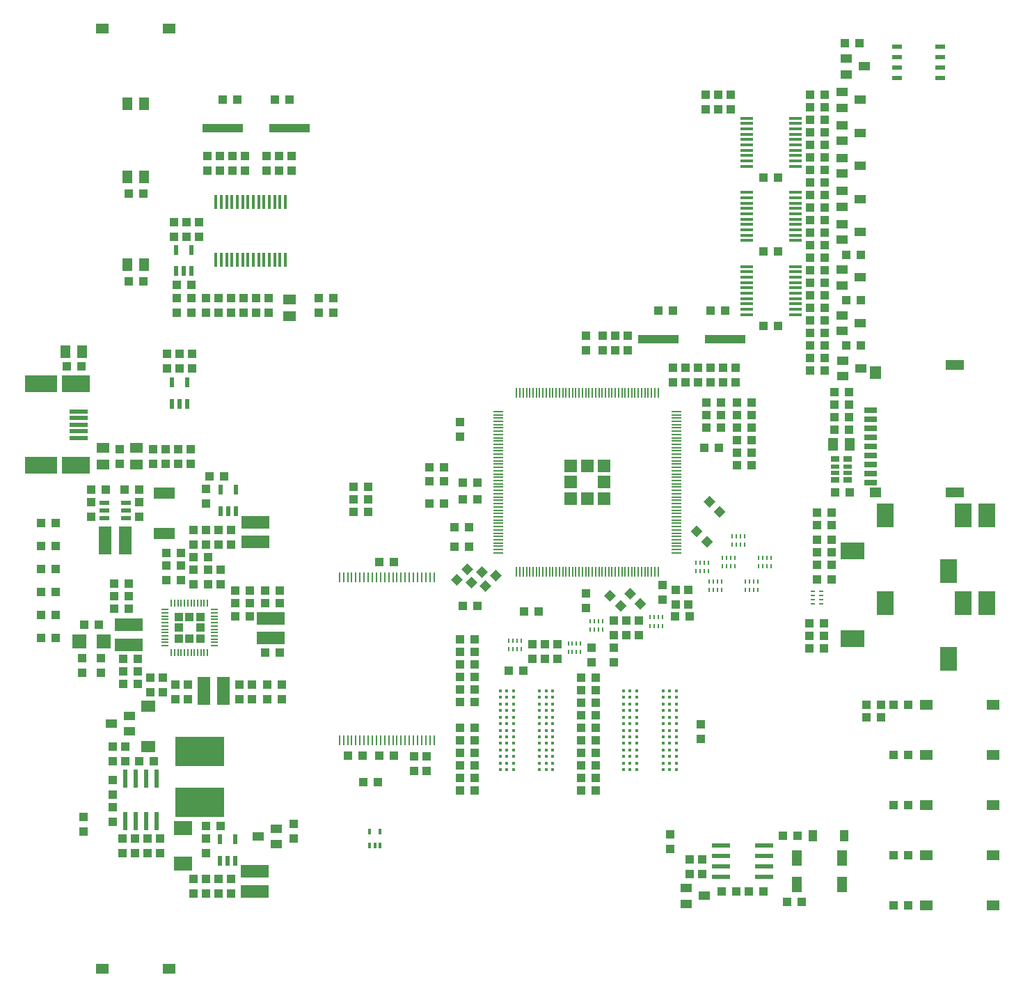
<source format=gtp>
G04 EAGLE Gerber RS-274X export*
G75*
%MOMM*%
%FSLAX34Y34*%
%LPD*%
%INTop Paste*%
%IPPOS*%
%AMOC8*
5,1,8,0,0,1.08239X$1,22.5*%
G01*
%ADD10R,1.016000X1.016000*%
%ADD11R,1.016000X1.016000*%
%ADD12R,5.000000X1.000000*%
%ADD13R,1.270000X1.524000*%
%ADD14R,1.016000X0.762000*%
%ADD15R,1.016000X0.508000*%
%ADD16R,0.600000X2.200000*%
%ADD17R,0.550000X1.200000*%
%ADD18R,6.000000X3.600000*%
%ADD19R,3.500000X1.600000*%
%ADD20R,1.000000X1.400000*%
%ADD21R,0.200000X1.300000*%
%ADD22R,1.300000X0.200000*%
%ADD23R,1.600000X1.600000*%
%ADD24R,0.250000X0.625000*%
%ADD25R,1.524000X1.270000*%
%ADD26R,2.250000X0.500000*%
%ADD27R,4.000000X2.100000*%
%ADD28R,3.500000X2.100000*%
%ADD29R,0.350000X1.750000*%
%ADD30R,2.200000X0.600000*%
%ADD31R,0.200000X0.900000*%
%ADD32R,0.900000X0.200000*%
%ADD33R,1.000000X1.000000*%
%ADD34R,1.200000X0.550000*%
%ADD35R,1.600000X3.500000*%
%ADD36R,1.651000X1.778000*%
%ADD37R,1.400000X1.000000*%
%ADD38R,1.800000X1.450000*%
%ADD39R,0.250000X1.200000*%
%ADD40R,2.286000X1.778000*%
%ADD41C,0.400000*%
%ADD42R,1.500000X0.300000*%
%ADD43R,2.000000X3.000000*%
%ADD44R,3.000000X2.000000*%
%ADD45R,0.625000X0.250000*%
%ADD46R,2.600000X1.450000*%
%ADD47R,1.600000X0.700000*%
%ADD48R,1.400000X1.200000*%
%ADD49R,1.400000X1.600000*%
%ADD50R,2.200000X1.200000*%
%ADD51R,1.300000X1.900000*%
%ADD52R,0.400000X0.700000*%
%ADD53R,1.254900X0.508000*%


D10*
X537972Y466598D03*
X555752Y466598D03*
X708152Y795020D03*
X708152Y777240D03*
X534416Y690118D03*
X534416Y672338D03*
X537718Y596392D03*
X555498Y596392D03*
D11*
G36*
X537389Y498963D02*
X530205Y491779D01*
X523021Y498963D01*
X530205Y506147D01*
X537389Y498963D01*
G37*
G36*
X549961Y511535D02*
X542777Y504351D01*
X535593Y511535D01*
X542777Y518719D01*
X549961Y511535D01*
G37*
G36*
X555169Y495320D02*
X547985Y488136D01*
X540801Y495320D01*
X547985Y502504D01*
X555169Y495320D01*
G37*
G36*
X567741Y507892D02*
X560557Y500708D01*
X553373Y507892D01*
X560557Y515076D01*
X567741Y507892D01*
G37*
G36*
X572310Y491133D02*
X565126Y483949D01*
X557942Y491133D01*
X565126Y498317D01*
X572310Y491133D01*
G37*
G36*
X584882Y503705D02*
X577698Y496521D01*
X570514Y503705D01*
X577698Y510889D01*
X584882Y503705D01*
G37*
D10*
X612140Y460248D03*
X629920Y460248D03*
X537718Y616712D03*
X555498Y616712D03*
X497078Y591312D03*
X514858Y591312D03*
X527558Y562864D03*
X545338Y562864D03*
X527532Y538480D03*
X545312Y538480D03*
D11*
G36*
X753808Y476640D02*
X760992Y469456D01*
X753808Y462272D01*
X746624Y469456D01*
X753808Y476640D01*
G37*
G36*
X741236Y489212D02*
X748420Y482028D01*
X741236Y474844D01*
X734052Y482028D01*
X741236Y489212D01*
G37*
D10*
X889254Y637540D03*
X871474Y637540D03*
X723392Y795020D03*
X723392Y777240D03*
X687832Y795020D03*
X687832Y777240D03*
X497078Y635000D03*
X514858Y635000D03*
X687070Y464312D03*
X687070Y482092D03*
D11*
G36*
X729424Y474100D02*
X736608Y466916D01*
X729424Y459732D01*
X722240Y466916D01*
X729424Y474100D01*
G37*
G36*
X716852Y486672D02*
X724036Y479488D01*
X716852Y472304D01*
X709668Y479488D01*
X716852Y486672D01*
G37*
D10*
X780796Y474726D03*
X780796Y492506D03*
D11*
G36*
X834834Y552078D02*
X842018Y544894D01*
X834834Y537710D01*
X827650Y544894D01*
X834834Y552078D01*
G37*
G36*
X822262Y564650D02*
X829446Y557466D01*
X822262Y550282D01*
X815078Y557466D01*
X822262Y564650D01*
G37*
D12*
X856488Y791464D03*
X775208Y791464D03*
D10*
X792988Y825754D03*
X775208Y825754D03*
X838708Y825754D03*
X856488Y825754D03*
X404622Y596138D03*
X422402Y596138D03*
D11*
G36*
X850074Y588400D02*
X857258Y581216D01*
X850074Y574032D01*
X842890Y581216D01*
X850074Y588400D01*
G37*
G36*
X837502Y600972D02*
X844686Y593788D01*
X837502Y586604D01*
X830318Y593788D01*
X837502Y600972D01*
G37*
D10*
X889254Y714248D03*
X871474Y714248D03*
X404622Y580898D03*
X422402Y580898D03*
X889254Y683768D03*
X871474Y683768D03*
X699008Y242316D03*
X681228Y242316D03*
X681228Y257556D03*
X699008Y257556D03*
X699008Y333756D03*
X681228Y333756D03*
X681228Y348996D03*
X699008Y348996D03*
X699008Y364236D03*
X681228Y364236D03*
X1007110Y711200D03*
X989330Y711200D03*
D13*
X988060Y662940D03*
X1008380Y662940D03*
D10*
X1007110Y726440D03*
X989330Y726440D03*
X24130Y539750D03*
X41910Y539750D03*
X41910Y567690D03*
X24130Y567690D03*
X863600Y1087882D03*
X863600Y1070102D03*
X848360Y1087882D03*
X848360Y1070102D03*
X833120Y1087882D03*
X833120Y1070102D03*
X681228Y379476D03*
X699008Y379476D03*
X534162Y272542D03*
X551942Y272542D03*
X551942Y318262D03*
X534162Y318262D03*
X534162Y303022D03*
X551942Y303022D03*
X534162Y287782D03*
X551942Y287782D03*
D14*
X990600Y645160D03*
X1005840Y645160D03*
D15*
X990600Y636270D03*
X1005840Y636270D03*
D14*
X1005840Y619760D03*
X990600Y619760D03*
D15*
X1005840Y628650D03*
X990600Y628650D03*
D16*
X152400Y257140D03*
X152400Y205140D03*
X165100Y257140D03*
X139700Y257140D03*
X127000Y257140D03*
X165100Y205140D03*
X139700Y205140D03*
X127000Y205140D03*
D17*
X242722Y581867D03*
X252222Y581867D03*
X261722Y581867D03*
X261722Y607869D03*
X242722Y607869D03*
D10*
X168910Y184150D03*
X168910Y166370D03*
X153670Y166370D03*
X153670Y184150D03*
X161290Y278130D03*
X143510Y278130D03*
X138430Y184150D03*
X138430Y166370D03*
X123190Y166370D03*
X123190Y184150D03*
D18*
X217170Y228080D03*
X217170Y290080D03*
D10*
X111760Y295910D03*
X111760Y278130D03*
X111760Y237490D03*
X111760Y255270D03*
X111760Y222250D03*
X111760Y204470D03*
X247396Y624078D03*
X229616Y624078D03*
D19*
X285242Y568768D03*
X285242Y544768D03*
D10*
X225552Y541528D03*
X225552Y559308D03*
X225552Y591058D03*
X225552Y608838D03*
X240792Y541528D03*
X240792Y559308D03*
X76200Y192278D03*
X76200Y210058D03*
X210312Y541528D03*
X210312Y559308D03*
X989330Y680720D03*
X1007110Y680720D03*
D20*
X963726Y187198D03*
X1001726Y187198D03*
D10*
X127000Y295910D03*
X127000Y278130D03*
X256032Y541528D03*
X256032Y559308D03*
X422402Y611378D03*
X404622Y611378D03*
X989330Y695960D03*
X1007110Y695960D03*
X24130Y427990D03*
X41910Y427990D03*
X24130Y455930D03*
X41910Y455930D03*
D21*
X603102Y725720D03*
X607102Y725720D03*
X611102Y725720D03*
X615102Y725720D03*
X619102Y725720D03*
X623102Y725720D03*
X627102Y725720D03*
X631102Y725720D03*
X635102Y725720D03*
X639102Y725720D03*
X643102Y725720D03*
X647102Y725720D03*
X651102Y725720D03*
X655102Y725720D03*
X659102Y725720D03*
X663102Y725720D03*
X667102Y725720D03*
X671102Y725720D03*
X675102Y725720D03*
X679102Y725720D03*
X683102Y725720D03*
X687102Y725720D03*
X691102Y725720D03*
X695102Y725720D03*
X699102Y725720D03*
X703102Y725720D03*
X711102Y725720D03*
X707102Y725720D03*
X715102Y725720D03*
X719102Y725720D03*
X723102Y725720D03*
X727102Y725720D03*
X731102Y725720D03*
X735102Y725720D03*
X739102Y725720D03*
X743102Y725720D03*
X747102Y725720D03*
X751102Y725720D03*
X755102Y725720D03*
X759102Y725720D03*
X763102Y725720D03*
X767102Y725720D03*
X771102Y725720D03*
X775102Y725720D03*
D22*
X797602Y531220D03*
X797602Y535220D03*
X797602Y539220D03*
X797602Y543220D03*
X797602Y547220D03*
X797602Y551220D03*
X797602Y555220D03*
X797602Y559220D03*
X797602Y563220D03*
X797602Y567220D03*
X797602Y571220D03*
X797602Y575220D03*
X797602Y579220D03*
X797602Y583220D03*
X797602Y587220D03*
X797602Y591220D03*
X797602Y595220D03*
X797602Y599220D03*
X797602Y603220D03*
X797602Y607220D03*
X797602Y611220D03*
X797602Y615220D03*
X797602Y619220D03*
X797602Y623220D03*
X797602Y627220D03*
X797602Y631220D03*
X797602Y639220D03*
X797602Y635220D03*
X797602Y643220D03*
X797602Y647220D03*
X797602Y651220D03*
X797602Y655220D03*
X797602Y659220D03*
X797602Y663220D03*
X797602Y667220D03*
X797602Y671220D03*
X797602Y675220D03*
X797602Y679220D03*
X797602Y683220D03*
X797602Y687220D03*
X797602Y691220D03*
X797602Y695220D03*
X797602Y699220D03*
X797602Y703220D03*
X580602Y531220D03*
X580602Y535220D03*
X580602Y539220D03*
X580602Y543220D03*
X580602Y547220D03*
X580602Y551220D03*
X580602Y555220D03*
X580602Y559220D03*
X580602Y563220D03*
X580602Y567220D03*
X580602Y571220D03*
X580602Y575220D03*
X580602Y579220D03*
X580602Y583220D03*
X580602Y587220D03*
X580602Y591220D03*
X580602Y595220D03*
X580602Y599220D03*
X580602Y603220D03*
X580602Y607220D03*
X580602Y611220D03*
X580602Y615220D03*
X580602Y619220D03*
X580602Y623220D03*
X580602Y627220D03*
X580602Y631220D03*
X580602Y639220D03*
X580602Y635220D03*
X580602Y643220D03*
X580602Y647220D03*
X580602Y651220D03*
X580602Y655220D03*
X580602Y659220D03*
X580602Y663220D03*
X580602Y667220D03*
X580602Y671220D03*
X580602Y675220D03*
X580602Y679220D03*
X580602Y683220D03*
X580602Y687220D03*
X580602Y691220D03*
X580602Y695220D03*
X580602Y699220D03*
X580602Y703220D03*
D21*
X603102Y508720D03*
X607102Y508720D03*
X611102Y508720D03*
X615102Y508720D03*
X619102Y508720D03*
X623102Y508720D03*
X627102Y508720D03*
X631102Y508720D03*
X635102Y508720D03*
X639102Y508720D03*
X643102Y508720D03*
X647102Y508720D03*
X651102Y508720D03*
X655102Y508720D03*
X659102Y508720D03*
X663102Y508720D03*
X667102Y508720D03*
X671102Y508720D03*
X675102Y508720D03*
X679102Y508720D03*
X683102Y508720D03*
X687102Y508720D03*
X691102Y508720D03*
X695102Y508720D03*
X699102Y508720D03*
X703102Y508720D03*
X711102Y508720D03*
X707102Y508720D03*
X715102Y508720D03*
X719102Y508720D03*
X723102Y508720D03*
X727102Y508720D03*
X731102Y508720D03*
X735102Y508720D03*
X739102Y508720D03*
X743102Y508720D03*
X747102Y508720D03*
X751102Y508720D03*
X755102Y508720D03*
X759102Y508720D03*
X763102Y508720D03*
X767102Y508720D03*
X771102Y508720D03*
X775102Y508720D03*
D23*
X669102Y597220D03*
X689102Y597220D03*
X709102Y597220D03*
X669102Y617220D03*
X709102Y617220D03*
X669102Y637220D03*
X689102Y637220D03*
X709102Y637220D03*
D10*
X926846Y187198D03*
X944626Y187198D03*
X889254Y699008D03*
X871474Y699008D03*
X869442Y756412D03*
X869442Y738632D03*
X851662Y699008D03*
X833882Y699008D03*
X851662Y683768D03*
X833882Y683768D03*
X833882Y714248D03*
X851662Y714248D03*
X738632Y795020D03*
X738632Y777240D03*
X986282Y517144D03*
X986282Y499364D03*
X968502Y499364D03*
X968502Y517144D03*
X986282Y532384D03*
X968502Y532384D03*
X968502Y547624D03*
X968502Y565404D03*
X986282Y547624D03*
X986282Y565404D03*
X986282Y580644D03*
X968502Y580644D03*
X959612Y430276D03*
X977392Y430276D03*
X959612Y415036D03*
X977392Y415036D03*
X959612Y445516D03*
X977392Y445516D03*
X849122Y658876D03*
X831342Y658876D03*
X889254Y652780D03*
X871474Y652780D03*
X889254Y668020D03*
X871474Y668020D03*
X854202Y756412D03*
X854202Y738632D03*
X808482Y756412D03*
X808482Y738632D03*
X793242Y756412D03*
X793242Y738632D03*
X838962Y756412D03*
X838962Y738632D03*
X823722Y756412D03*
X823722Y738632D03*
X699008Y288036D03*
X681228Y288036D03*
X827072Y323136D03*
X827072Y305356D03*
X699008Y318516D03*
X681228Y318516D03*
X681228Y303276D03*
X699008Y303276D03*
X694182Y398526D03*
X694182Y416306D03*
X721360Y398526D03*
X721360Y416306D03*
X699008Y272796D03*
X681228Y272796D03*
X593344Y387858D03*
X611124Y387858D03*
X534162Y242062D03*
X551942Y242062D03*
X534162Y257302D03*
X551942Y257302D03*
D24*
X608718Y424225D03*
X608718Y413975D03*
X603718Y424225D03*
X603718Y413975D03*
X593718Y413975D03*
X593718Y424225D03*
X598718Y413975D03*
X598718Y424225D03*
X707524Y448355D03*
X707524Y438105D03*
X702524Y448355D03*
X702524Y438105D03*
X692524Y438105D03*
X692524Y448355D03*
X697524Y438105D03*
X697524Y448355D03*
X680854Y420923D03*
X680854Y410673D03*
X675854Y420923D03*
X675854Y410673D03*
X665854Y410673D03*
X665854Y420923D03*
X670854Y410673D03*
X670854Y420923D03*
X780676Y452927D03*
X780676Y442677D03*
X775676Y452927D03*
X775676Y442677D03*
X765676Y442677D03*
X765676Y452927D03*
X770676Y442677D03*
X770676Y452927D03*
X836302Y519729D03*
X836302Y509479D03*
X831302Y519729D03*
X831302Y509479D03*
X821302Y509479D03*
X821302Y519729D03*
X826302Y509479D03*
X826302Y519729D03*
X852304Y496361D03*
X852304Y486111D03*
X847304Y496361D03*
X847304Y486111D03*
X837304Y486111D03*
X837304Y496361D03*
X842304Y486111D03*
X842304Y496361D03*
X868331Y525589D03*
X868331Y515339D03*
X863331Y525589D03*
X863331Y515339D03*
X853331Y515339D03*
X853331Y525589D03*
X858331Y515339D03*
X858331Y525589D03*
X880498Y551225D03*
X880498Y540975D03*
X875498Y551225D03*
X875498Y540975D03*
X865498Y540975D03*
X865498Y551225D03*
X870498Y540975D03*
X870498Y551225D03*
X896500Y496361D03*
X896500Y486111D03*
X891500Y496361D03*
X891500Y486111D03*
X881500Y486111D03*
X881500Y496361D03*
X886500Y486111D03*
X886500Y496361D03*
X912502Y525571D03*
X912502Y515321D03*
X907502Y525571D03*
X907502Y515321D03*
X897502Y515321D03*
X897502Y525571D03*
X902502Y515321D03*
X902502Y525571D03*
D10*
X813562Y453898D03*
X795782Y453898D03*
X534162Y426466D03*
X551942Y426466D03*
X534162Y411226D03*
X551942Y411226D03*
X534162Y395986D03*
X551942Y395986D03*
X551942Y350266D03*
X534162Y350266D03*
X534162Y365506D03*
X551942Y365506D03*
X534162Y380746D03*
X551942Y380746D03*
D25*
X1182370Y346710D03*
X1101090Y346710D03*
X1182370Y285750D03*
X1101090Y285750D03*
X1182370Y224790D03*
X1101090Y224790D03*
X1182370Y163830D03*
X1101090Y163830D03*
X1182370Y102870D03*
X1101090Y102870D03*
D10*
X1028700Y346710D03*
X1046480Y346710D03*
X1046480Y331470D03*
X1028700Y331470D03*
X1061720Y346710D03*
X1079500Y346710D03*
X1061720Y285750D03*
X1079500Y285750D03*
X1061720Y224790D03*
X1079500Y224790D03*
X1061720Y163830D03*
X1079500Y163830D03*
X1061720Y102870D03*
X1079500Y102870D03*
D25*
X100076Y658876D03*
X100076Y638556D03*
D10*
X177800Y755142D03*
X177800Y772922D03*
D17*
X183540Y712677D03*
X193040Y712677D03*
X202540Y712677D03*
X202540Y738679D03*
X183540Y738679D03*
D10*
X206756Y657606D03*
X206756Y639826D03*
X208280Y772922D03*
X208280Y755142D03*
D25*
X140716Y638556D03*
X140716Y658876D03*
D26*
X70240Y703070D03*
X70240Y695070D03*
X70240Y687070D03*
X70240Y679070D03*
X70240Y671070D03*
D27*
X24180Y736570D03*
X24180Y637570D03*
D28*
X66680Y736570D03*
X66680Y637570D03*
D10*
X161036Y639826D03*
X161036Y657606D03*
X176276Y657606D03*
X176276Y639826D03*
D13*
X149860Y1076960D03*
X129540Y1076960D03*
D10*
X185928Y915670D03*
X185928Y933450D03*
D17*
X188620Y873713D03*
X198120Y873713D03*
X207620Y873713D03*
X207620Y899715D03*
X188620Y899715D03*
D10*
X189230Y857250D03*
X207010Y857250D03*
X216408Y933450D03*
X216408Y915670D03*
D29*
X321650Y958032D03*
X315150Y958032D03*
X308650Y958032D03*
X302150Y958032D03*
X295650Y958032D03*
X289150Y958032D03*
X282650Y958032D03*
X276150Y958032D03*
X269650Y958032D03*
X263150Y958032D03*
X256650Y958032D03*
X250150Y958032D03*
X243650Y958032D03*
X237150Y958032D03*
X237150Y887532D03*
X243650Y887532D03*
X250150Y887532D03*
X256650Y887532D03*
X263150Y887532D03*
X269650Y887532D03*
X276150Y887532D03*
X282650Y887532D03*
X289150Y887532D03*
X295650Y887532D03*
X302150Y887532D03*
X308650Y887532D03*
X315150Y887532D03*
X321650Y887532D03*
D12*
X245364Y1048004D03*
X326644Y1048004D03*
D10*
X308864Y1082294D03*
X326644Y1082294D03*
X263144Y1082294D03*
X245364Y1082294D03*
X314198Y1013714D03*
X314198Y995934D03*
X329438Y995934D03*
X329438Y1013714D03*
X298958Y995934D03*
X298958Y1013714D03*
X272542Y995934D03*
X272542Y1013714D03*
D25*
X326390Y839470D03*
X326390Y819150D03*
D10*
X189230Y822960D03*
X189230Y840740D03*
X207010Y822960D03*
X207010Y840740D03*
X285750Y840740D03*
X285750Y822960D03*
X300990Y840740D03*
X300990Y822960D03*
X240030Y822960D03*
X240030Y840740D03*
D13*
X149860Y988060D03*
X129540Y988060D03*
D10*
X130810Y967740D03*
X148590Y967740D03*
D13*
X149860Y881380D03*
X129540Y881380D03*
D10*
X130810Y861060D03*
X148590Y861060D03*
D13*
X74676Y775716D03*
X54356Y775716D03*
D10*
X55626Y757936D03*
X73406Y757936D03*
X242062Y995934D03*
X242062Y1013714D03*
X226822Y995934D03*
X226822Y1013714D03*
X257302Y1013714D03*
X257302Y995934D03*
X361950Y822960D03*
X379730Y822960D03*
X361950Y840740D03*
X379730Y840740D03*
D30*
X903824Y150368D03*
X851824Y150368D03*
X903824Y137668D03*
X903824Y163068D03*
X903824Y175768D03*
X851824Y137668D03*
X851824Y163068D03*
X851824Y175768D03*
D10*
X903224Y119888D03*
X885444Y119888D03*
X870204Y119888D03*
X852424Y119888D03*
X829056Y158242D03*
X829056Y140462D03*
X813816Y158242D03*
X813816Y140462D03*
D31*
X182978Y410436D03*
X186978Y410436D03*
X190978Y410436D03*
X194978Y410436D03*
X198978Y410436D03*
X202978Y410436D03*
X206978Y410436D03*
X210978Y410436D03*
X214978Y410436D03*
X218978Y410436D03*
X222978Y410436D03*
X226978Y410436D03*
D32*
X234978Y418436D03*
X234978Y422436D03*
X234978Y426436D03*
X234978Y430436D03*
X234978Y434436D03*
X234978Y438436D03*
X234978Y442436D03*
X234978Y446436D03*
X234978Y450436D03*
X234978Y454436D03*
X234978Y458436D03*
X234978Y462436D03*
D31*
X226978Y470436D03*
X222978Y470436D03*
X218978Y470436D03*
X214978Y470436D03*
X210978Y470436D03*
X206978Y470436D03*
X202978Y470436D03*
X198978Y470436D03*
X194978Y470436D03*
X190978Y470436D03*
X186978Y470436D03*
X182978Y470436D03*
D32*
X174978Y462436D03*
X174978Y458436D03*
X174978Y454436D03*
X174978Y450436D03*
X174978Y446436D03*
X174978Y442436D03*
X174978Y438436D03*
X174978Y434436D03*
X174978Y430436D03*
X174978Y426436D03*
X174978Y422436D03*
X174978Y418436D03*
D33*
X191978Y440436D03*
X204978Y427436D03*
X191978Y427436D03*
X217978Y427436D03*
X217978Y440436D03*
X191978Y453436D03*
X204978Y453436D03*
X217978Y453436D03*
D34*
X127555Y573430D03*
X127555Y582930D03*
X127555Y592430D03*
X101553Y592430D03*
X101553Y582930D03*
X101553Y573430D03*
D35*
X102554Y546100D03*
X126554Y546100D03*
D10*
X125984Y608330D03*
X143764Y608330D03*
X103124Y608330D03*
X85344Y608330D03*
X143764Y593090D03*
X143764Y575310D03*
X85344Y593090D03*
X85344Y575310D03*
X113538Y493522D03*
X131318Y493522D03*
X177292Y516128D03*
X177292Y498348D03*
X141986Y402336D03*
X124206Y402336D03*
D19*
X130810Y419546D03*
X130810Y443546D03*
D36*
X100457Y423926D03*
X71247Y423926D03*
D10*
X94742Y444246D03*
X76962Y444246D03*
X97282Y403606D03*
X97282Y385826D03*
X74422Y403606D03*
X74422Y385826D03*
D35*
X222696Y363728D03*
X246696Y363728D03*
D10*
X265430Y370840D03*
X265430Y353060D03*
X280670Y370840D03*
X280670Y353060D03*
X203454Y370840D03*
X203454Y353060D03*
D19*
X303530Y427928D03*
X303530Y451928D03*
D10*
X314960Y469900D03*
X297180Y469900D03*
X314960Y485140D03*
X297180Y485140D03*
X297180Y409956D03*
X314960Y409956D03*
X228092Y493268D03*
X228092Y511048D03*
X299974Y370840D03*
X317754Y370840D03*
X131318Y463042D03*
X113538Y463042D03*
X131318Y478282D03*
X113538Y478282D03*
X243332Y511048D03*
X243332Y493268D03*
X278892Y469900D03*
X261112Y469900D03*
X278892Y485140D03*
X261112Y485140D03*
X278892Y454406D03*
X261112Y454406D03*
X195072Y516128D03*
X195072Y498348D03*
X177292Y531368D03*
X195072Y531368D03*
X210312Y511048D03*
X210312Y493268D03*
X228092Y526288D03*
X210312Y526288D03*
X124206Y371856D03*
X141986Y371856D03*
X124206Y387096D03*
X141986Y387096D03*
X188214Y353060D03*
X188214Y370840D03*
X120396Y639826D03*
X120396Y657606D03*
X172974Y379730D03*
X172974Y361950D03*
X157734Y379730D03*
X157734Y361950D03*
X497078Y618744D03*
X514858Y618744D03*
D37*
X109650Y323850D03*
X131650Y333350D03*
X131650Y314350D03*
D17*
X241960Y157179D03*
X251460Y157179D03*
X260960Y157179D03*
X260960Y183181D03*
X241960Y183181D03*
D10*
X242570Y199390D03*
X224790Y199390D03*
D19*
X284480Y144080D03*
X284480Y120080D03*
D10*
X224790Y116840D03*
X224790Y134620D03*
X224790Y166370D03*
X224790Y184150D03*
X255270Y116840D03*
X255270Y134620D03*
X209550Y116840D03*
X209550Y134620D03*
X240030Y116840D03*
X240030Y134620D03*
X24130Y483870D03*
X41910Y483870D03*
X24130Y511810D03*
X41910Y511810D03*
D38*
X154940Y344490D03*
X154940Y295590D03*
D10*
X299974Y353060D03*
X317754Y353060D03*
D39*
X387508Y303336D03*
X392508Y303336D03*
X397508Y303336D03*
X402508Y303336D03*
X407508Y303336D03*
X412508Y303336D03*
X417508Y303336D03*
X422508Y303336D03*
X427508Y303336D03*
X432508Y303336D03*
X437508Y303336D03*
X442508Y303336D03*
X447508Y303336D03*
X452508Y303336D03*
X457508Y303336D03*
X462508Y303336D03*
X467508Y303336D03*
X472508Y303336D03*
X477508Y303336D03*
X482508Y303336D03*
X487508Y303336D03*
X492508Y303336D03*
X497508Y303336D03*
X502508Y303336D03*
X502508Y501336D03*
X497508Y501336D03*
X492508Y501336D03*
X487508Y501336D03*
X482508Y501336D03*
X477508Y501336D03*
X472508Y501336D03*
X467508Y501336D03*
X462508Y501336D03*
X457508Y501336D03*
X452508Y501336D03*
X447508Y501336D03*
X442508Y501336D03*
X437508Y501336D03*
X432508Y501336D03*
X427508Y501336D03*
X422508Y501336D03*
X417508Y501336D03*
X412508Y501336D03*
X407508Y501336D03*
X402508Y501336D03*
X397508Y501336D03*
X392508Y501336D03*
X387508Y501336D03*
D40*
X196850Y153490D03*
X196850Y197030D03*
D10*
X453898Y520192D03*
X436118Y520192D03*
X453898Y284480D03*
X436118Y284480D03*
X397510Y284480D03*
X415290Y284480D03*
X493776Y266446D03*
X493776Y284226D03*
X478536Y266446D03*
X478536Y284226D03*
X255270Y840740D03*
X255270Y822960D03*
X270510Y822960D03*
X270510Y840740D03*
X224790Y822960D03*
X224790Y840740D03*
D41*
X583112Y363658D03*
X591112Y363658D03*
X599112Y363658D03*
X631112Y363658D03*
X639112Y363658D03*
X647112Y363658D03*
X583112Y355658D03*
X591112Y355658D03*
X599112Y355658D03*
X631112Y355658D03*
X639112Y355658D03*
X647112Y355658D03*
X583112Y347658D03*
X591112Y347658D03*
X599112Y347658D03*
X631112Y347658D03*
X639112Y347658D03*
X647112Y347658D03*
X583112Y339658D03*
X591112Y339658D03*
X599112Y339658D03*
X631112Y339658D03*
X639112Y339658D03*
X647112Y339658D03*
X583112Y331658D03*
X591112Y331658D03*
X599112Y331658D03*
X631112Y331658D03*
X639112Y331658D03*
X647112Y331658D03*
X583112Y323658D03*
X591112Y323658D03*
X599112Y323658D03*
X631112Y323658D03*
X639112Y323658D03*
X647112Y323658D03*
X583112Y315658D03*
X591112Y315658D03*
X599112Y315658D03*
X631112Y315658D03*
X639112Y315658D03*
X647112Y315658D03*
X583112Y307658D03*
X591112Y307658D03*
X599112Y307658D03*
X631112Y307658D03*
X639112Y307658D03*
X647112Y307658D03*
X583112Y299658D03*
X591112Y299658D03*
X599112Y299658D03*
X631112Y299658D03*
X639112Y299658D03*
X647112Y299658D03*
X583112Y291658D03*
X591112Y291658D03*
X599112Y291658D03*
X631112Y291658D03*
X639112Y291658D03*
X647112Y291658D03*
X583112Y283658D03*
X591112Y283658D03*
X599112Y283658D03*
X631112Y283658D03*
X639112Y283658D03*
X647112Y283658D03*
X583112Y275658D03*
X591112Y275658D03*
X599112Y275658D03*
X631112Y275658D03*
X639112Y275658D03*
X647112Y275658D03*
X583112Y267658D03*
X591112Y267658D03*
X599112Y267658D03*
X631112Y267658D03*
X639112Y267658D03*
X647112Y267658D03*
X733112Y363658D03*
X741112Y363658D03*
X749112Y363658D03*
X781112Y363658D03*
X789112Y363658D03*
X797112Y363658D03*
X733112Y355658D03*
X741112Y355658D03*
X749112Y355658D03*
X781112Y355658D03*
X789112Y355658D03*
X797112Y355658D03*
X733112Y347658D03*
X741112Y347658D03*
X749112Y347658D03*
X781112Y347658D03*
X789112Y347658D03*
X797112Y347658D03*
X733112Y339658D03*
X741112Y339658D03*
X749112Y339658D03*
X781112Y339658D03*
X789112Y339658D03*
X797112Y339658D03*
X733112Y331658D03*
X741112Y331658D03*
X749112Y331658D03*
X781112Y331658D03*
X789112Y331658D03*
X797112Y331658D03*
X733112Y323658D03*
X741112Y323658D03*
X749112Y323658D03*
X781112Y323658D03*
X789112Y323658D03*
X797112Y323658D03*
X733112Y315658D03*
X741112Y315658D03*
X749112Y315658D03*
X781112Y315658D03*
X789112Y315658D03*
X797112Y315658D03*
X733112Y307658D03*
X741112Y307658D03*
X749112Y307658D03*
X781112Y307658D03*
X789112Y307658D03*
X797112Y307658D03*
X733112Y299658D03*
X741112Y299658D03*
X749112Y299658D03*
X781112Y299658D03*
X789112Y299658D03*
X797112Y299658D03*
X733112Y291658D03*
X741112Y291658D03*
X749112Y291658D03*
X781112Y291658D03*
X789112Y291658D03*
X797112Y291658D03*
X733112Y283658D03*
X741112Y283658D03*
X749112Y283658D03*
X781112Y283658D03*
X789112Y283658D03*
X797112Y283658D03*
X733112Y275658D03*
X741112Y275658D03*
X749112Y275658D03*
X781112Y275658D03*
X789112Y275658D03*
X797112Y275658D03*
X733112Y267658D03*
X741112Y267658D03*
X749112Y267658D03*
X781112Y267658D03*
X789112Y267658D03*
X797112Y267658D03*
D25*
X180340Y25400D03*
X99060Y25400D03*
X99060Y1168400D03*
X180340Y1168400D03*
D10*
X903732Y807212D03*
X921512Y807212D03*
X960374Y890016D03*
X978154Y890016D03*
X960374Y905256D03*
X978154Y905256D03*
X960374Y874776D03*
X978154Y874776D03*
X960374Y859536D03*
X978154Y859536D03*
X1021842Y893826D03*
X1004062Y893826D03*
X1021842Y838454D03*
X1004062Y838454D03*
D42*
X882622Y820888D03*
X882622Y827388D03*
X882622Y833888D03*
X882622Y840388D03*
X882622Y846888D03*
X882622Y853388D03*
X882622Y859888D03*
X882622Y866388D03*
X882622Y872888D03*
X882622Y879388D03*
X942622Y879388D03*
X942622Y872888D03*
X942622Y866388D03*
X942622Y859888D03*
X942622Y853388D03*
X942622Y846888D03*
X942622Y840388D03*
X942622Y833888D03*
X942622Y827388D03*
X942622Y820888D03*
D10*
X960374Y844296D03*
X978154Y844296D03*
X960374Y829056D03*
X978154Y829056D03*
X903732Y897382D03*
X921512Y897382D03*
X960374Y981456D03*
X978154Y981456D03*
X960374Y996696D03*
X978154Y996696D03*
X960374Y966216D03*
X978154Y966216D03*
X960374Y950976D03*
X978154Y950976D03*
D42*
X882622Y911058D03*
X882622Y917558D03*
X882622Y924058D03*
X882622Y930558D03*
X882622Y937058D03*
X882622Y943558D03*
X882622Y950058D03*
X882622Y956558D03*
X882622Y963058D03*
X882622Y969558D03*
X942622Y969558D03*
X942622Y963058D03*
X942622Y956558D03*
X942622Y950058D03*
X942622Y943558D03*
X942622Y937058D03*
X942622Y930558D03*
X942622Y924058D03*
X942622Y917558D03*
X942622Y911058D03*
D10*
X960374Y935736D03*
X978154Y935736D03*
X960374Y920496D03*
X978154Y920496D03*
X903732Y987552D03*
X921512Y987552D03*
X960374Y1072896D03*
X978154Y1072896D03*
X960374Y1088136D03*
X978154Y1088136D03*
X960374Y1057656D03*
X978154Y1057656D03*
X960374Y1042416D03*
X978154Y1042416D03*
D42*
X882622Y1001228D03*
X882622Y1007728D03*
X882622Y1014228D03*
X882622Y1020728D03*
X882622Y1027228D03*
X882622Y1033728D03*
X882622Y1040228D03*
X882622Y1046728D03*
X882622Y1053228D03*
X882622Y1059728D03*
X942622Y1059728D03*
X942622Y1053228D03*
X942622Y1046728D03*
X942622Y1040228D03*
X942622Y1033728D03*
X942622Y1027228D03*
X942622Y1020728D03*
X942622Y1014228D03*
X942622Y1007728D03*
X942622Y1001228D03*
D10*
X960374Y1027176D03*
X978154Y1027176D03*
X960374Y1011936D03*
X978154Y1011936D03*
D37*
X1020904Y810768D03*
X998904Y801268D03*
X998904Y820268D03*
X1020904Y866140D03*
X998904Y856640D03*
X998904Y875640D03*
X1020904Y1082040D03*
X998904Y1072540D03*
X998904Y1091540D03*
X1020904Y1041908D03*
X998904Y1032408D03*
X998904Y1051408D03*
X1020904Y1001776D03*
X998904Y992276D03*
X998904Y1011276D03*
X1020904Y961644D03*
X998904Y952144D03*
X998904Y971144D03*
X1020904Y921512D03*
X998904Y912012D03*
X998904Y931012D03*
D10*
X978154Y783336D03*
X960374Y783336D03*
X978154Y752856D03*
X960374Y752856D03*
D43*
X1175340Y576500D03*
X1146340Y576500D03*
X1051340Y576500D03*
X1128340Y509500D03*
D44*
X1011340Y533500D03*
D43*
X1175340Y469820D03*
X1146340Y469820D03*
X1051340Y469820D03*
X1128340Y402820D03*
D44*
X1011340Y426820D03*
D45*
X973627Y469766D03*
X963377Y469766D03*
X973627Y474766D03*
X963377Y474766D03*
X963377Y484766D03*
X973627Y484766D03*
X963377Y479766D03*
X973627Y479766D03*
D46*
X174244Y603570D03*
X174244Y554670D03*
D10*
X797052Y468884D03*
X797052Y486664D03*
X812292Y468884D03*
X812292Y486664D03*
X736600Y431546D03*
X736600Y449326D03*
X752094Y431546D03*
X752094Y449326D03*
X721360Y431546D03*
X721360Y449326D03*
X622046Y402844D03*
X622046Y420624D03*
X637286Y402844D03*
X637286Y420624D03*
X652526Y402844D03*
X652526Y420624D03*
X201168Y933450D03*
X201168Y915670D03*
X193040Y755142D03*
X193040Y772922D03*
X191516Y639826D03*
X191516Y657606D03*
X1008380Y604520D03*
X990600Y604520D03*
X434594Y252984D03*
X416814Y252984D03*
X960374Y798576D03*
X978154Y798576D03*
X960374Y813816D03*
X978154Y813816D03*
D37*
X1021920Y755396D03*
X999920Y745896D03*
X999920Y764896D03*
D10*
X960374Y768096D03*
X978154Y768096D03*
X1021842Y783082D03*
X1004062Y783082D03*
D37*
X831674Y114300D03*
X809674Y104800D03*
X809674Y123800D03*
X1025730Y1122680D03*
X1003730Y1113180D03*
X1003730Y1132180D03*
D10*
X1002030Y1150620D03*
X1019810Y1150620D03*
D47*
X1033800Y627592D03*
X1033800Y638592D03*
X1033800Y649592D03*
X1033800Y660592D03*
X1033800Y671592D03*
X1033800Y682592D03*
X1033800Y693592D03*
X1033800Y704592D03*
D48*
X1040050Y604592D03*
D49*
X1040050Y750592D03*
D50*
X1136050Y604592D03*
X1136050Y759592D03*
D47*
X1033800Y616592D03*
D51*
X944050Y128018D03*
X999050Y128018D03*
X999050Y160018D03*
X944050Y160018D03*
D10*
X789940Y189230D03*
X789940Y171450D03*
X949960Y106680D03*
X932180Y106680D03*
D37*
X288720Y186690D03*
X310720Y196190D03*
X310720Y177190D03*
D52*
X424030Y175650D03*
X430530Y175650D03*
X437030Y175650D03*
X437030Y192650D03*
X424030Y192650D03*
D10*
X331470Y184150D03*
X331470Y201930D03*
D53*
X1065987Y1146810D03*
X1065987Y1134110D03*
X1065987Y1121410D03*
X1065987Y1108710D03*
X1118414Y1108710D03*
X1118414Y1121410D03*
X1118414Y1134110D03*
X1118414Y1146810D03*
M02*

</source>
